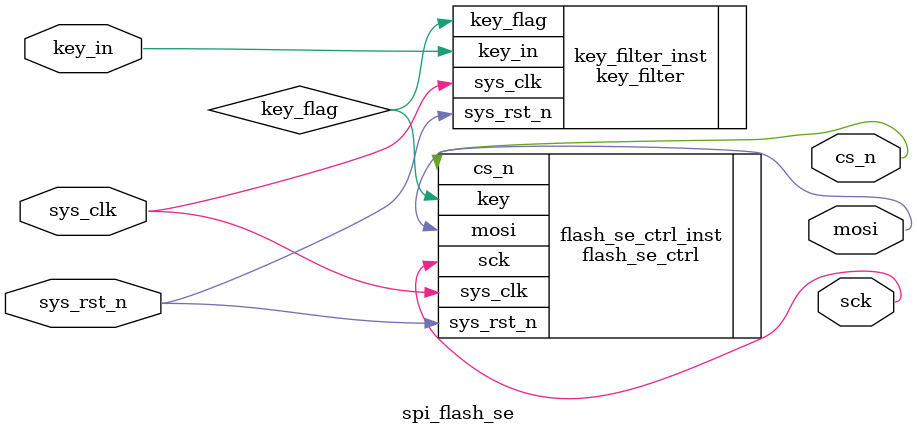
<source format=v>
module spi_flash_se (
    input   wire        sys_clk     ,
    input   wire        sys_rst_n   ,
    input   wire        key_in      ,
    
    output  wire        cs_n        ,
    output  wire        sck         ,
    output  wire        mosi
);
//parameter define

//wire define
wire key_flag ;
//reg define

//instance define
key_filter  key_filter_inst (
    .sys_clk(sys_clk),
    .sys_rst_n(sys_rst_n),
    .key_in(key_in),
    .key_flag(key_flag)
  );

flash_se_ctrl  flash_se_ctrl_inst (
    .sys_clk(sys_clk),
    .sys_rst_n(sys_rst_n),
    .key(key_flag),
    .sck(sck),
    .cs_n(cs_n),
    .mosi(mosi)
);


endmodule
</source>
